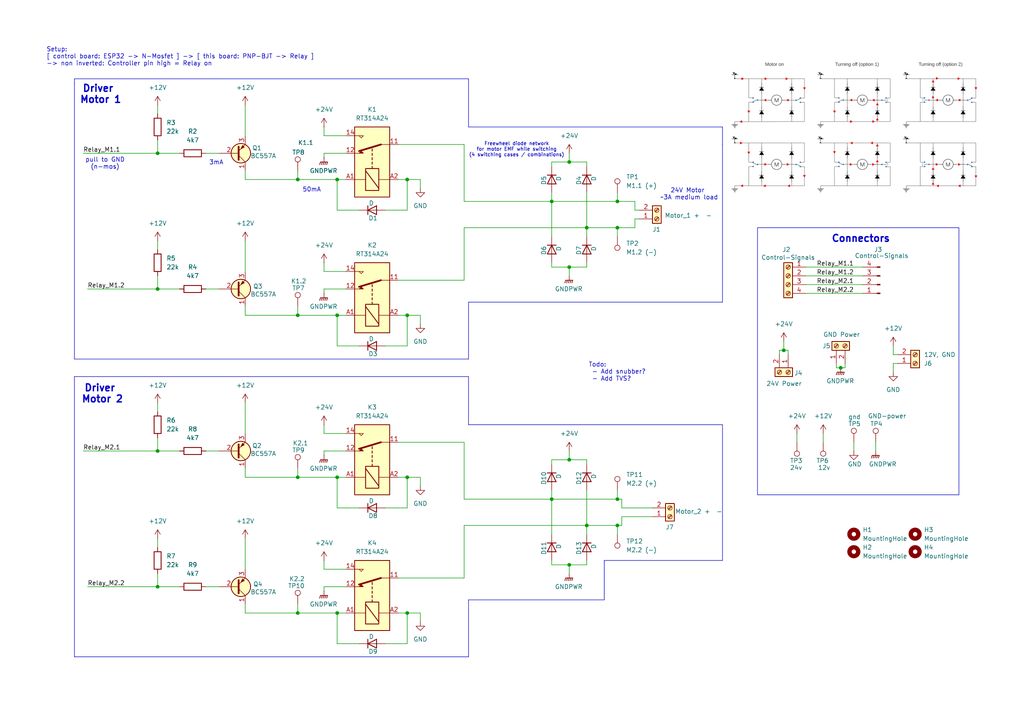
<source format=kicad_sch>
(kicad_sch (version 20231120) (generator "eeschema") (generator_version "8.0")
  (paper "A4")
  (title_block (title "chairAdjust relay-board") (date "2024-09-07") (rev "V1.0") (comment 1 "in both direction with protection") (comment 2 "2 motors for chair adjust of armchair") (comment 3 "Relay board for controlling "))
  (lib_symbols
    (symbol "Connector:Conn_01x04_Pin" (pin_names (offset 1.016) hide)
      (property "Reference" "J" (at 0 5.08 0))
      (property "Value" "Conn_01x04_Pin" (at 0 -7.62 0))
      (symbol "Conn_01x04_Pin_1_1"
        (polyline (pts (xy 1.27 -5.08) (xy 0.8636 -5.08)) (stroke (width 0.1524)))
        (polyline (pts (xy 1.27 -2.54) (xy 0.8636 -2.54)) (stroke (width 0.1524)))
        (polyline (pts (xy 1.27 0) (xy 0.8636 0)) (stroke (width 0.1524)))
        (polyline (pts (xy 1.27 2.54) (xy 0.8636 2.54)) (stroke (width 0.1524)))
        (rectangle (start 0.8636 -4.953) (end 0 -5.207) (stroke (width 0.1524)) (fill (type outline)))
        (rectangle (start 0.8636 -2.413) (end 0 -2.667) (stroke (width 0.1524)) (fill (type outline)))
        (rectangle (start 0.8636 0.127) (end 0 -0.127) (stroke (width 0.1524)) (fill (type outline)))
        (rectangle (start 0.8636 2.667) (end 0 2.413) (stroke (width 0.1524)) (fill (type outline)))
        (pin passive line (at 5.08 2.54 180) (length 3.81) (name "Pin_1") (number "1"))
        (pin passive line (at 5.08 0 180) (length 3.81) (name "Pin_2") (number "2"))
        (pin passive line (at 5.08 -2.54 180) (length 3.81) (name "Pin_3") (number "3"))
        (pin passive line (at 5.08 -5.08 180) (length 3.81) (name "Pin_4") (number "4"))
      )
    )
    (symbol "Connector:Screw_Terminal_01x02" (pin_names (offset 1.016) hide)
      (property "Reference" "J" (at 0 2.54 0))
      (property "Value" "Screw_Terminal_01x02" (at 0 -5.08 0))
      (symbol "Screw_Terminal_01x02_1_1"
        (rectangle (start -1.27 1.27) (end 1.27 -3.81) (stroke (width 0.254)) (fill (type background)))
        (circle (center 0 -2.54) (radius 0.635) (stroke (width 0.1524)))
        (polyline (pts (xy -0.5334 -2.2098) (xy 0.3302 -3.048)) (stroke (width 0.1524)))
        (polyline (pts (xy -0.5334 0.3302) (xy 0.3302 -0.508)) (stroke (width 0.1524)))
        (polyline (pts (xy -0.3556 -2.032) (xy 0.508 -2.8702)) (stroke (width 0.1524)))
        (polyline (pts (xy -0.3556 0.508) (xy 0.508 -0.3302)) (stroke (width 0.1524)))
        (circle (center 0 0) (radius 0.635) (stroke (width 0.1524)))
        (pin passive line (at -5.08 0 0) (length 3.81) (name "Pin_1") (number "1"))
        (pin passive line (at -5.08 -2.54 0) (length 3.81) (name "Pin_2") (number "2"))
      )
    )
    (symbol "Connector:Screw_Terminal_01x04" (pin_names (offset 1.016) hide)
      (property "Reference" "J" (at 0 5.08 0))
      (property "Value" "Screw_Terminal_01x04" (at 0 -7.62 0))
      (symbol "Screw_Terminal_01x04_1_1"
        (rectangle (start -1.27 3.81) (end 1.27 -6.35) (stroke (width 0.254)) (fill (type background)))
        (circle (center 0 -5.08) (radius 0.635) (stroke (width 0.1524)))
        (circle (center 0 -2.54) (radius 0.635) (stroke (width 0.1524)))
        (polyline (pts (xy -0.5334 -4.7498) (xy 0.3302 -5.588)) (stroke (width 0.1524)))
        (polyline (pts (xy -0.5334 -2.2098) (xy 0.3302 -3.048)) (stroke (width 0.1524)))
        (polyline (pts (xy -0.5334 0.3302) (xy 0.3302 -0.508)) (stroke (width 0.1524)))
        (polyline (pts (xy -0.5334 2.8702) (xy 0.3302 2.032)) (stroke (width 0.1524)))
        (polyline (pts (xy -0.3556 -4.572) (xy 0.508 -5.4102)) (stroke (width 0.1524)))
        (polyline (pts (xy -0.3556 -2.032) (xy 0.508 -2.8702)) (stroke (width 0.1524)))
        (polyline (pts (xy -0.3556 0.508) (xy 0.508 -0.3302)) (stroke (width 0.1524)))
        (polyline (pts (xy -0.3556 3.048) (xy 0.508 2.2098)) (stroke (width 0.1524)))
        (circle (center 0 0) (radius 0.635) (stroke (width 0.1524)))
        (circle (center 0 2.54) (radius 0.635) (stroke (width 0.1524)))
        (pin passive line (at -5.08 2.54 0) (length 3.81) (name "Pin_1") (number "1"))
        (pin passive line (at -5.08 0 0) (length 3.81) (name "Pin_2") (number "2"))
        (pin passive line (at -5.08 -2.54 0) (length 3.81) (name "Pin_3") (number "3"))
        (pin passive line (at -5.08 -5.08 0) (length 3.81) (name "Pin_4") (number "4"))
      )
    )
    (symbol "Connector:TestPoint" (pin_numbers hide) (pin_names (offset 0.762) hide)
      (property "Reference" "TP" (at 0 6.858 0))
      (property "Value" "TestPoint" (at 0 5.08 0))
      (symbol "TestPoint_0_1"
        (circle (center 0 3.302) (radius 0.762))
      )
      (symbol "TestPoint_1_1"
        (pin passive line (at 0 0 90) (length 2.54) (name "1") (number "1"))
      )
    )
    (symbol "Device:D" (pin_numbers hide) (pin_names (offset 1.016) hide)
      (property "Reference" "D" (at 0 2.54 0))
      (property "Value" "D" (at 0 -2.54 0))
      (symbol "D_0_1"
        (polyline (pts (xy -1.27 1.27) (xy -1.27 -1.27)) (stroke (width 0.254)))
        (polyline (pts (xy 1.27 0) (xy -1.27 0)))
        (polyline (pts (xy 1.27 1.27) (xy 1.27 -1.27) (xy -1.27 0) (xy 1.27 1.27)) (stroke (width 0.254)))
      )
      (symbol "D_1_1"
        (pin passive line (at -3.81 0 0) (length 2.54) (name "K") (number "1"))
        (pin passive line (at 3.81 0 180) (length 2.54) (name "A") (number "2"))
      )
    )
    (symbol "Device:R" (pin_numbers hide) (pin_names (offset 0))
      (property "Reference" "R" (at 2.032 0 90))
      (property "Value" "R" (at 0 0 90))
      (symbol "R_0_1"
        (rectangle (start -1.016 -2.54) (end 1.016 2.54) (stroke (width 0.254)))
      )
      (symbol "R_1_1"
        (pin passive line (at 0 3.81 270) (length 1.27) (name "~") (number "1"))
        (pin passive line (at 0 -3.81 90) (length 1.27) (name "~") (number "2"))
      )
    )
    (symbol "Mechanical:MountingHole" (pin_names (offset 1.016)) (exclude_from_sim yes) (in_bom no)
      (property "Reference" "H" (at 0 5.08 0))
      (property "Value" "MountingHole" (at 0 3.175 0))
      (symbol "MountingHole_0_1"
        (circle (center 0 0) (radius 1.27) (stroke (width 1.27)))
      )
    )
    (symbol "Relay:RT314A24"
      (property "Reference" "K" (at 11.43 3.81 0))
      (property "Value" "RT314A24" (at 11.43 1.27 0))
      (symbol "RT314A24_0_0"
        (polyline (pts (xy -2.54 1.905) (xy -7.62 -1.905)) (stroke (width 0.254)))
      )
      (symbol "RT314A24_0_1"
        (rectangle (start -10.16 5.08) (end 10.16 -5.08) (stroke (width 0.254)) (fill (type background)))
        (rectangle (start -8.255 1.905) (end -1.905 -1.905) (stroke (width 0.254)))
        (polyline (pts (xy -5.08 -5.08) (xy -5.08 -1.905)))
        (polyline (pts (xy -5.08 5.08) (xy -5.08 1.905)))
        (polyline (pts (xy -1.905 0) (xy -1.27 0)) (stroke (width 0.254)))
        (polyline (pts (xy -0.635 0) (xy 0 0)) (stroke (width 0.254)))
        (polyline (pts (xy 0.635 0) (xy 1.27 0)) (stroke (width 0.254)))
        (polyline (pts (xy 1.905 0) (xy 2.54 0)) (stroke (width 0.254)))
        (polyline (pts (xy 3.175 0) (xy 3.81 0)) (stroke (width 0.254)))
        (polyline (pts (xy 5.08 -2.54) (xy 3.175 3.81)) (stroke (width 0.508)))
        (polyline (pts (xy 5.08 -2.54) (xy 5.08 -5.08)))
        (polyline (pts (xy 2.54 5.08) (xy 2.54 2.54) (xy 3.175 3.175) (xy 2.54 3.81)) (fill (type outline)))
        (polyline (pts (xy 7.62 5.08) (xy 7.62 2.54) (xy 6.985 3.175) (xy 7.62 3.81)))
      )
      (symbol "RT314A24_1_1"
        (pin passive line (at 5.08 -7.62 90) (length 2.54) (name "~") (number "11"))
        (pin passive line (at 2.54 7.62 270) (length 2.54) (name "~") (number "12"))
        (pin passive line (at 7.62 7.62 270) (length 2.54) (name "~") (number "14"))
        (pin passive line (at -5.08 7.62 270) (length 2.54) (name "~") (number "A1"))
        (pin passive line (at -5.08 -7.62 90) (length 2.54) (name "~") (number "A2"))
      )
    )
    (symbol "Transistor_BJT_AKL:BC557A" (pin_names hide)
      (property "Reference" "Q" (at 5.08 1.27 0))
      (property "Value" "BC557A" (at 5.08 -1.27 0))
      (symbol "BC557A_0_1"
        (polyline (pts (xy 0.635 -0.635) (xy 2.54 -2.54)))
        (polyline (pts (xy 0.635 -1.905) (xy 0.635 1.905) (xy 0.635 1.905)) (stroke (width 0.508)))
        (polyline (pts (xy 0.635 0.635) (xy 2.54 2.54) (xy 2.54 2.54)))
        (polyline (pts (xy 2.286 1.778) (xy 1.778 2.286) (xy 1.27 1.27) (xy 2.286 1.778) (xy 2.286 1.778)) (fill (type outline)))
        (circle (center 1.27 0) (radius 2.8194) (stroke (width 0.254)) (fill (type background)))
      )
      (symbol "BC557A_1_1"
        (pin passive line (at 2.54 -5.08 90) (length 2.54) (name "C") (number "1"))
        (pin input line (at -5.08 0 0) (length 5.715) (name "B") (number "2"))
        (pin passive line (at 2.54 5.08 270) (length 2.54) (name "E") (number "3"))
      )
    )
    (symbol "power:+12V" (power) (pin_numbers hide) (pin_names (offset 0) hide)
      (property "Value" "+12V" (at 0 3.556 0))
      (symbol "+12V_0_1"
        (polyline (pts (xy -0.762 1.27) (xy 0 2.54)))
        (polyline (pts (xy 0 0) (xy 0 2.54)))
        (polyline (pts (xy 0 2.54) (xy 0.762 1.27)))
      )
      (symbol "+12V_1_1"
        (pin power_in line (at 0 0 90) (length 0) (name "~") (number "1"))
      )
    )
    (symbol "power:+24V" (power) (pin_numbers hide) (pin_names (offset 0) hide)
      (property "Value" "+24V" (at 0 3.556 0))
      (symbol "+24V_0_1"
        (polyline (pts (xy -0.762 1.27) (xy 0 2.54)))
        (polyline (pts (xy 0 0) (xy 0 2.54)))
        (polyline (pts (xy 0 2.54) (xy 0.762 1.27)))
      )
      (symbol "+24V_1_1"
        (pin power_in line (at 0 0 90) (length 0) (name "~") (number "1"))
      )
    )
    (symbol "power:GND" (power) (pin_numbers hide) (pin_names (offset 0) hide)
      (property "Value" "GND" (at 0 -3.81 0))
      (symbol "GND_0_1"
        (polyline (pts (xy 0 0) (xy 0 -1.27) (xy 1.27 -1.27) (xy 0 -2.54) (xy -1.27 -1.27) (xy 0 -1.27)))
      )
      (symbol "GND_1_1"
        (pin power_in line (at 0 0 270) (length 0) (name "~") (number "1"))
      )
    )
    (symbol "power:GNDPWR" (power) (pin_numbers hide) (pin_names (offset 0) hide)
      (property "Value" "GNDPWR" (at 0 -3.302 0))
      (symbol "GNDPWR_0_1"
        (polyline (pts (xy 0 -1.27) (xy 0 0)))
        (polyline (pts (xy -1.016 -1.27) (xy -1.27 -2.032) (xy -1.27 -2.032)) (stroke (width 0.2032)))
        (polyline (pts (xy -0.508 -1.27) (xy -0.762 -2.032) (xy -0.762 -2.032)) (stroke (width 0.2032)))
        (polyline (pts (xy 0 -1.27) (xy -0.254 -2.032) (xy -0.254 -2.032)) (stroke (width 0.2032)))
        (polyline (pts (xy 0.508 -1.27) (xy 0.254 -2.032) (xy 0.254 -2.032)) (stroke (width 0.2032)))
        (polyline (pts (xy 1.016 -1.27) (xy -1.016 -1.27) (xy -1.016 -1.27)) (stroke (width 0.2032)))
        (polyline (pts (xy 1.016 -1.27) (xy 0.762 -2.032) (xy 0.762 -2.032) (xy 0.762 -2.032)) (stroke (width 0.2032)))
      )
      (symbol "GNDPWR_1_1"
        (pin power_in line (at 0 0 270) (length 0) (name "~") (number "1"))
      )
    )
  )
  (junction (at 118.11 91.44))
  (junction (at 160.02 58.42))
  (junction (at 86.36 52.07))
  (junction (at 243.84 106.68))
  (junction (at 179.07 58.42))
  (junction (at 165.1 77.47))
  (junction (at 170.18 152.4))
  (junction (at 45.72 130.81))
  (junction (at 165.1 133.35))
  (junction (at 86.36 177.8))
  (junction (at 97.79 52.07))
  (junction (at 118.11 138.43))
  (junction (at 160.02 144.78))
  (junction (at 118.11 177.8))
  (junction (at 165.1 46.99))
  (junction (at 97.79 138.43))
  (junction (at 179.07 144.78))
  (junction (at 86.36 91.44))
  (junction (at 179.07 66.04))
  (junction (at 97.79 177.8))
  (junction (at 118.11 52.07))
  (junction (at 45.72 44.45))
  (junction (at 86.36 138.43))
  (junction (at 97.79 91.44))
  (junction (at 45.72 170.18))
  (junction (at 227.33 101.6))
  (junction (at 165.1 163.83))
  (junction (at 179.07 152.4))
  (junction (at 170.18 66.04))
  (junction (at 45.72 83.82))
  (wire (pts (xy 118.11 138.43) (xy 121.92 138.43)))
  (wire (pts (xy 71.12 156.21) (xy 71.12 165.1)))
  (wire (pts (xy 71.12 30.48) (xy 71.12 39.37)))
  (wire (pts (xy 243.84 106.68) (xy 245.11 106.68)))
  (wire (pts (xy 25.4 170.18) (xy 45.72 170.18)))
  (wire (pts (xy 100.33 91.44) (xy 97.79 91.44)))
  (wire (pts (xy 180.34 147.32) (xy 189.23 147.32)))
  (polyline (pts (xy 209.55 36.83) (xy 209.55 41.91)))
  (wire (pts (xy 45.72 30.48) (xy 45.72 33.02)))
  (wire (pts (xy 118.11 91.44) (xy 121.92 91.44)))
  (polyline (pts (xy 135.89 22.86) (xy 21.59 22.86)))
  (wire (pts (xy 86.36 177.8) (xy 97.79 177.8)))
  (wire (pts (xy 165.1 77.47) (xy 165.1 80.01)))
  (wire (pts (xy 184.15 58.42) (xy 184.15 60.96)))
  (wire (pts (xy 226.06 102.87) (xy 226.06 101.6)))
  (wire (pts (xy 165.1 130.81) (xy 165.1 133.35)))
  (wire (pts (xy 100.33 138.43) (xy 97.79 138.43)))
  (wire (pts (xy 180.34 144.78) (xy 180.34 147.32)))
  (wire (pts (xy 97.79 52.07) (xy 97.79 60.96)))
  (wire (pts (xy 170.18 133.35) (xy 170.18 134.62)))
  (polyline (pts (xy 209.55 162.56) (xy 209.55 123.19)))
  (wire (pts (xy 245.11 105.41) (xy 245.11 106.68)))
  (wire (pts (xy 97.79 60.96) (xy 104.14 60.96)))
  (wire (pts (xy 45.72 156.21) (xy 45.72 158.75)))
  (wire (pts (xy 115.57 91.44) (xy 118.11 91.44)))
  (wire (pts (xy 71.12 91.44) (xy 86.36 91.44)))
  (wire (pts (xy 254 128.27) (xy 254 130.81)))
  (wire (pts (xy 134.62 128.27) (xy 134.62 144.78)))
  (wire (pts (xy 228.6 101.6) (xy 228.6 102.87)))
  (wire (pts (xy 180.34 149.86) (xy 180.34 152.4)))
  (wire (pts (xy 71.12 88.9) (xy 71.12 91.44)))
  (wire (pts (xy 93.98 162.56) (xy 93.98 165.1)))
  (wire (pts (xy 134.62 41.91) (xy 134.62 58.42)))
  (wire (pts (xy 259.08 100.33) (xy 259.08 102.87)))
  (wire (pts (xy 160.02 162.56) (xy 160.02 163.83)))
  (wire (pts (xy 121.92 52.07) (xy 121.92 54.61)))
  (wire (pts (xy 179.07 66.04) (xy 184.15 66.04)))
  (wire (pts (xy 160.02 55.88) (xy 160.02 58.42)))
  (wire (pts (xy 97.79 100.33) (xy 104.14 100.33)))
  (wire (pts (xy 93.98 83.82) (xy 100.33 83.82)))
  (wire (pts (xy 170.18 142.24) (xy 170.18 152.4)))
  (wire (pts (xy 170.18 152.4) (xy 134.62 152.4)))
  (wire (pts (xy 71.12 138.43) (xy 86.36 138.43)))
  (wire (pts (xy 179.07 58.42) (xy 184.15 58.42)))
  (wire (pts (xy 160.02 134.62) (xy 160.02 133.35)))
  (wire (pts (xy 121.92 177.8) (xy 121.92 180.34)))
  (wire (pts (xy 45.72 40.64) (xy 45.72 44.45)))
  (wire (pts (xy 233.68 85.09) (xy 250.19 85.09)))
  (wire (pts (xy 179.07 152.4) (xy 179.07 154.94)))
  (wire (pts (xy 93.98 85.09) (xy 93.98 83.82)))
  (wire (pts (xy 259.08 107.95) (xy 259.08 105.41)))
  (wire (pts (xy 242.57 106.68) (xy 243.84 106.68)))
  (wire (pts (xy 184.15 66.04) (xy 184.15 63.5)))
  (wire (pts (xy 118.11 52.07) (xy 118.11 60.96)))
  (wire (pts (xy 179.07 142.24) (xy 179.07 144.78)))
  (wire (pts (xy 134.62 144.78) (xy 160.02 144.78)))
  (wire (pts (xy 97.79 138.43) (xy 97.79 147.32)))
  (wire (pts (xy 59.69 44.45) (xy 63.5 44.45)))
  (wire (pts (xy 111.76 147.32) (xy 118.11 147.32)))
  (wire (pts (xy 86.36 135.89) (xy 86.36 138.43)))
  (wire (pts (xy 45.72 80.01) (xy 45.72 83.82)))
  (wire (pts (xy 97.79 177.8) (xy 97.79 186.69)))
  (wire (pts (xy 170.18 152.4) (xy 170.18 154.94)))
  (wire (pts (xy 134.62 58.42) (xy 160.02 58.42)))
  (wire (pts (xy 160.02 58.42) (xy 160.02 68.58)))
  (polyline (pts (xy 135.89 36.83) (xy 135.89 22.86)))
  (wire (pts (xy 233.68 82.55) (xy 250.19 82.55)))
  (wire (pts (xy 179.07 66.04) (xy 179.07 68.58)))
  (wire (pts (xy 86.36 49.53) (xy 86.36 52.07)))
  (wire (pts (xy 115.57 138.43) (xy 118.11 138.43)))
  (wire (pts (xy 165.1 133.35) (xy 170.18 133.35)))
  (wire (pts (xy 170.18 46.99) (xy 170.18 48.26)))
  (wire (pts (xy 93.98 123.19) (xy 93.98 125.73)))
  (wire (pts (xy 25.4 83.82) (xy 45.72 83.82)))
  (wire (pts (xy 71.12 69.85) (xy 71.12 78.74)))
  (polyline (pts (xy 135.89 104.14) (xy 135.89 87.63)))
  (wire (pts (xy 165.1 46.99) (xy 170.18 46.99)))
  (wire (pts (xy 118.11 177.8) (xy 121.92 177.8)))
  (wire (pts (xy 170.18 163.83) (xy 170.18 162.56)))
  (wire (pts (xy 71.12 116.84) (xy 71.12 125.73)))
  (wire (pts (xy 180.34 152.4) (xy 179.07 152.4)))
  (wire (pts (xy 160.02 76.2) (xy 160.02 77.47)))
  (wire (pts (xy 170.18 66.04) (xy 134.62 66.04)))
  (wire (pts (xy 184.15 63.5) (xy 185.42 63.5)))
  (wire (pts (xy 115.57 81.28) (xy 134.62 81.28)))
  (wire (pts (xy 179.07 144.78) (xy 180.34 144.78)))
  (wire (pts (xy 86.36 52.07) (xy 97.79 52.07)))
  (wire (pts (xy 93.98 171.45) (xy 93.98 170.18)))
  (wire (pts (xy 97.79 91.44) (xy 97.79 100.33)))
  (wire (pts (xy 160.02 142.24) (xy 160.02 144.78)))
  (polyline (pts (xy 135.89 87.63) (xy 209.55 87.63)))
  (wire (pts (xy 86.36 91.44) (xy 97.79 91.44)))
  (wire (pts (xy 93.98 45.72) (xy 93.98 44.45)))
  (wire (pts (xy 227.33 101.6) (xy 228.6 101.6)))
  (wire (pts (xy 71.12 52.07) (xy 86.36 52.07)))
  (polyline (pts (xy 135.89 123.19) (xy 135.89 109.22)))
  (wire (pts (xy 86.36 175.26) (xy 86.36 177.8)))
  (wire (pts (xy 71.12 49.53) (xy 71.12 52.07)))
  (wire (pts (xy 231.14 125.73) (xy 231.14 128.27)))
  (wire (pts (xy 93.98 78.74) (xy 100.33 78.74)))
  (wire (pts (xy 160.02 163.83) (xy 165.1 163.83)))
  (wire (pts (xy 93.98 170.18) (xy 100.33 170.18)))
  (wire (pts (xy 115.57 41.91) (xy 134.62 41.91)))
  (wire (pts (xy 227.33 99.06) (xy 227.33 101.6)))
  (wire (pts (xy 134.62 152.4) (xy 134.62 167.64)))
  (wire (pts (xy 93.98 132.08) (xy 93.98 130.81)))
  (wire (pts (xy 111.76 100.33) (xy 118.11 100.33)))
  (wire (pts (xy 233.68 77.47) (xy 250.19 77.47)))
  (wire (pts (xy 115.57 128.27) (xy 134.62 128.27)))
  (wire (pts (xy 179.07 152.4) (xy 170.18 152.4)))
  (wire (pts (xy 24.13 44.45) (xy 45.72 44.45)))
  (wire (pts (xy 160.02 48.26) (xy 160.02 46.99)))
  (wire (pts (xy 134.62 66.04) (xy 134.62 81.28)))
  (wire (pts (xy 93.98 76.2) (xy 93.98 78.74)))
  (wire (pts (xy 93.98 125.73) (xy 100.33 125.73)))
  (wire (pts (xy 118.11 91.44) (xy 118.11 100.33)))
  (wire (pts (xy 100.33 52.07) (xy 97.79 52.07)))
  (wire (pts (xy 118.11 177.8) (xy 118.11 186.69)))
  (wire (pts (xy 259.08 102.87) (xy 260.35 102.87)))
  (wire (pts (xy 242.57 105.41) (xy 242.57 106.68)))
  (wire (pts (xy 165.1 163.83) (xy 170.18 163.83)))
  (wire (pts (xy 71.12 175.26) (xy 71.12 177.8)))
  (wire (pts (xy 93.98 44.45) (xy 100.33 44.45)))
  (wire (pts (xy 165.1 77.47) (xy 170.18 77.47)))
  (wire (pts (xy 165.1 163.83) (xy 165.1 166.37)))
  (wire (pts (xy 71.12 177.8) (xy 86.36 177.8)))
  (polyline (pts (xy 135.89 123.19) (xy 209.55 123.19)))
  (wire (pts (xy 93.98 165.1) (xy 100.33 165.1)))
  (wire (pts (xy 59.69 170.18) (xy 63.5 170.18)))
  (wire (pts (xy 184.15 60.96) (xy 185.42 60.96)))
  (wire (pts (xy 179.07 55.88) (xy 179.07 58.42)))
  (wire (pts (xy 45.72 44.45) (xy 52.07 44.45)))
  (wire (pts (xy 45.72 127) (xy 45.72 130.81)))
  (wire (pts (xy 59.69 130.81) (xy 63.5 130.81)))
  (wire (pts (xy 45.72 166.37) (xy 45.72 170.18)))
  (wire (pts (xy 170.18 66.04) (xy 170.18 68.58)))
  (wire (pts (xy 115.57 167.64) (xy 134.62 167.64)))
  (polyline (pts (xy 135.89 109.22) (xy 21.59 109.22)))
  (polyline (pts (xy 21.59 190.5) (xy 135.89 190.5)))
  (wire (pts (xy 45.72 69.85) (xy 45.72 72.39)))
  (wire (pts (xy 160.02 133.35) (xy 165.1 133.35)))
  (wire (pts (xy 45.72 170.18) (xy 52.07 170.18)))
  (polyline (pts (xy 21.59 22.86) (xy 21.59 24.13)))
  (wire (pts (xy 170.18 77.47) (xy 170.18 76.2)))
  (wire (pts (xy 100.33 177.8) (xy 97.79 177.8)))
  (wire (pts (xy 121.92 91.44) (xy 121.92 93.98)))
  (wire (pts (xy 179.07 66.04) (xy 170.18 66.04)))
  (polyline (pts (xy 135.89 36.83) (xy 209.55 36.83)))
  (polyline (pts (xy 175.26 173.99) (xy 175.26 162.56)))
  (wire (pts (xy 24.13 130.81) (xy 45.72 130.81)))
  (wire (pts (xy 160.02 144.78) (xy 179.07 144.78)))
  (wire (pts (xy 93.98 39.37) (xy 100.33 39.37)))
  (wire (pts (xy 233.68 80.01) (xy 250.19 80.01)))
  (wire (pts (xy 226.06 101.6) (xy 227.33 101.6)))
  (wire (pts (xy 115.57 177.8) (xy 118.11 177.8)))
  (wire (pts (xy 86.36 88.9) (xy 86.36 91.44)))
  (wire (pts (xy 97.79 147.32) (xy 104.14 147.32)))
  (wire (pts (xy 45.72 83.82) (xy 52.07 83.82)))
  (wire (pts (xy 118.11 52.07) (xy 121.92 52.07)))
  (wire (pts (xy 170.18 55.88) (xy 170.18 66.04)))
  (wire (pts (xy 111.76 60.96) (xy 118.11 60.96)))
  (polyline (pts (xy 135.89 173.99) (xy 175.26 173.99)))
  (wire (pts (xy 238.76 125.73) (xy 238.76 128.27)))
  (wire (pts (xy 160.02 58.42) (xy 179.07 58.42)))
  (polyline (pts (xy 175.26 162.56) (xy 209.55 162.56)))
  (wire (pts (xy 93.98 130.81) (xy 100.33 130.81)))
  (wire (pts (xy 247.65 128.27) (xy 247.65 130.81)))
  (polyline (pts (xy 209.55 87.63) (xy 209.55 41.91)))
  (wire (pts (xy 165.1 44.45) (xy 165.1 46.99)))
  (polyline (pts (xy 21.59 104.14) (xy 135.89 104.14)))
  (wire (pts (xy 97.79 186.69) (xy 104.14 186.69)))
  (wire (pts (xy 115.57 52.07) (xy 118.11 52.07)))
  (wire (pts (xy 45.72 130.81) (xy 52.07 130.81)))
  (wire (pts (xy 45.72 116.84) (xy 45.72 119.38)))
  (wire (pts (xy 86.36 138.43) (xy 97.79 138.43)))
  (wire (pts (xy 118.11 138.43) (xy 118.11 147.32)))
  (wire (pts (xy 160.02 144.78) (xy 160.02 154.94)))
  (wire (pts (xy 121.92 138.43) (xy 121.92 140.97)))
  (polyline (pts (xy 135.89 190.5) (xy 135.89 173.99)))
  (polyline (pts (xy 21.59 109.22) (xy 21.59 190.5)))
  (wire (pts (xy 259.08 105.41) (xy 260.35 105.41)))
  (wire (pts (xy 71.12 135.89) (xy 71.12 138.43)))
  (wire (pts (xy 111.76 186.69) (xy 118.11 186.69)))
  (polyline (pts (xy 21.59 24.13) (xy 21.59 104.14)))
  (wire (pts (xy 93.98 36.83) (xy 93.98 39.37)))
  (wire (pts (xy 160.02 77.47) (xy 165.1 77.47)))
  (wire (pts (xy 59.69 83.82) (xy 63.5 83.82)))
  (wire (pts (xy 160.02 46.99) (xy 165.1 46.99)))
  (wire (pts (xy 180.34 149.86) (xy 189.23 149.86)))
  (rectangle (start 219.71 66.04) (end 278.13 143.51))
  (image (at 247.65 36.83) (scale 0.346544))
  (text "Driver \nMotor 2" (at 29.718 114.3 0) (effects (font (size 2 2) (thickness 0.4) (bold yes))))
  (text "Connectors" (at 249.682 69.342 0) (effects (font (size 2 2) (thickness 0.4) (bold yes))))
  (text "Setup:\n[ control board: ESP32 -> N-Mosfet ] -> [ this board: PNP-BJT -> Relay ]\n-> non inverted: Controller pin high = Relay on" (at 13.462 16.51 0) (effects (font (size 1.27 1.27)) (justify left)))
  (text "24V Motor \n~3A medium load" (at 199.898 56.388 0) (effects (font (size 1.27 1.27))))
  (text "pull to GND\n(n-mos)" (at 30.48 47.498 0) (effects (font (size 1.27 1.27))))
  (text "50mA\n" (at 90.424 55.118 0) (effects (font (size 1.27 1.27))))
  (text "Driver \nMotor 1" (at 29.21 27.432 0) (effects (font (size 2 2) (thickness 0.4) (bold yes))))
  (text "Todo: \n - Add snubber?\n - Add TVS?" (at 170.688 107.95 0) (effects (font (size 1.27 1.27)) (justify left)))
  (text "Freewheel diode network\nfor motor EMF while switching\n(4 switching cases / combinations)" (at 149.86 43.434 0) (effects (font (size 1 1))))
  (text "3mA" (at 62.738 47.244 0) (effects (font (size 1.27 1.27))))
  (label "Relay_M2.2" (at 247.65 85.09 180))
  (label "Relay_M1.1" (at 247.65 77.47 180))
  (label "Relay_M1.1" (at 24.13 44.45 0))
  (label "Relay_M2.1" (at 24.13 130.81 0))
  (label "Relay_M1.2" (at 247.65 80.01 180))
  (label "Relay_M1.2" (at 25.4 83.82 0))
  (label "Relay_M2.1" (at 247.65 82.55 180))
  (label "Relay_M2.2" (at 25.4 170.18 0))
  (symbol (lib_id "Device:D") (at 160.02 158.75 270) (unit 1)
    (property "Reference" "D11" (at 157.734 159.004 0))
    (property "Value" "D" (at 162.052 158.496 0))
    (property "Footprint" "Diode_THT_AKL_Double:D_DO-27_P20.32mm_Horizontal" (effects (hide yes)))
    (property "Description" "Diode" (effects (hide yes)))
    (property "Sim.Device" "D" (effects (hide yes)))
    (property "Sim.Pins" "1=K 2=A" (effects (hide yes)))
  )
  (symbol (lib_id "Device:D") (at 107.95 186.69 0) (unit 1)
    (property "Reference" "D9" (at 108.204 188.976 0))
    (property "Value" "D" (at 107.696 184.658 0))
    (property "Footprint" "Diode_THT_AKL:D_5W_P12.70mm_Horizontal" (effects (hide yes)))
    (property "Description" "Diode" (effects (hide yes)))
    (property "Sim.Device" "D" (effects (hide yes)))
    (property "Sim.Pins" "1=K 2=A" (effects (hide yes)))
  )
  (symbol (lib_id "Connector:Conn_01x04_Pin") (at 255.27 82.55 180) (unit 1)
    (property "Reference" "J3" (at 253.492 72.39 0) (effects (justify right)))
    (property "Value" "Control-Signals" (at 247.904 74.168 0) (effects (justify right)))
    (property "Footprint" "Connector_PinHeader_2.54mm:PinHeader_1x04_P2.54mm_Vertical" (effects (hide yes)))
    (property "Description" "Generic connector, single row, 01x04, script generated" (effects (hide yes)))
  )
  (symbol (lib_id "power:GND") (at 259.08 107.95 0) (unit 1)
    (property "Reference" "#PWR015" (effects (hide yes)))
    (property "Value" "GND" (at 259.08 113.03 0))
    (property "Description" "Power symbol creates a global label with name \"GND\" , ground" (effects (hide yes)))
  )
  (symbol (lib_id "Connector:TestPoint") (at 231.14 128.27 180) (unit 1)
    (property "Reference" "TP3" (at 229.108 133.604 0) (effects (justify right)))
    (property "Value" "24v" (at 229.108 135.636 0) (effects (justify right)))
    (property "Footprint" "Connector_PinHeader_1.00mm:PinHeader_1x01_P1.00mm_Vertical" (effects (hide yes)))
    (property "Description" "test point" (effects (hide yes)))
  )
  (symbol (lib_id "power:GNDPWR") (at 254 130.81 0) (unit 1)
    (property "Reference" "#PWR017" (effects (hide yes)))
    (property "Value" "GNDPWR" (at 256.032 134.62 0))
    (property "Description" "Power symbol creates a global label with name \"GNDPWR\" , global ground" (effects (hide yes)))
  )
  (symbol (lib_id "power:+12V") (at 45.72 69.85 0) (unit 1)
    (property "Reference" "#PWR020" (effects (hide yes)))
    (property "Value" "+12V" (at 45.72 64.77 0))
    (property "Description" "Power symbol creates a global label with name \"+12V\"" (effects (hide yes)))
  )
  (symbol (lib_id "Device:R") (at 45.72 36.83 180) (unit 1)
    (property "Reference" "R3" (at 48.26 35.5599 0) (effects (justify right)))
    (property "Value" "22k" (at 48.26 38.0999 0) (effects (justify right)))
    (property "Footprint" "Resistor_THT:R_Axial_DIN0207_L6.3mm_D2.5mm_P10.16mm_Horizontal" (effects (hide yes)))
    (property "Description" "Resistor" (effects (hide yes)))
  )
  (symbol (lib_id "Device:D") (at 107.95 60.96 0) (unit 1)
    (property "Reference" "D1" (at 108.204 63.246 0))
    (property "Value" "D" (at 107.696 58.928 0))
    (property "Footprint" "Diode_THT_AKL:D_5W_P12.70mm_Horizontal" (effects (hide yes)))
    (property "Description" "Diode" (effects (hide yes)))
    (property "Sim.Device" "D" (effects (hide yes)))
    (property "Sim.Pins" "1=K 2=A" (effects (hide yes)))
  )
  (symbol (lib_id "Mechanical:MountingHole") (at 265.43 154.94 0) (unit 1) (exclude_from_sim yes) (in_bom no)
    (property "Reference" "H3" (at 267.97 153.6699 0) (effects (justify left)))
    (property "Value" "MountingHole" (at 267.97 156.2099 0) (effects (justify left)))
    (property "Footprint" "MountingHole:MountingHole_5.3mm_M5" (effects (hide yes)))
    (property "Description" "Mounting Hole without connection" (effects (hide yes)))
  )
  (symbol (lib_id "Relay:RT314A24") (at 107.95 133.35 90) (unit 1)
    (property "Reference" "K3" (at 107.95 118.11 90))
    (property "Value" "RT314A24" (at 107.95 120.65 90))
    (property "Footprint" "Relay_THT:Relay_SPDT_Schrack-RT1-16A-FormC_RM5mm" (effects (hide yes)))
    (property "Datasheet" "https://www.te.com/commerce/DocumentDelivery/DDEController?Action=srchrtrv&DocNm=RT1_bistable&DocType=DS&DocLang=English" (effects (hide yes)))
  )
  (symbol (lib_id "Device:R") (at 45.72 162.56 180) (unit 1)
    (property "Reference" "R7" (at 48.26 161.2899 0) (effects (justify right)))
    (property "Value" "22k" (at 48.26 163.8299 0) (effects (justify right)))
    (property "Footprint" "Resistor_THT:R_Axial_DIN0207_L6.3mm_D2.5mm_P10.16mm_Horizontal" (effects (hide yes)))
    (property "Description" "Resistor" (effects (hide yes)))
  )
  (symbol (lib_id "power:GND") (at 121.92 140.97 0) (unit 1)
    (property "Reference" "#PWR029" (effects (hide yes)))
    (property "Value" "GND" (at 121.92 146.05 0))
    (property "Description" "Power symbol creates a global label with name \"GND\" , ground" (effects (hide yes)))
  )
  (symbol (lib_id "power:+24V") (at 93.98 123.19 0) (unit 1)
    (property "Reference" "#PWR025" (effects (hide yes)))
    (property "Value" "+24V" (at 93.98 118.11 0))
    (property "Description" "Power symbol creates a global label with name \"+24V\"" (effects (hide yes)))
  )
  (symbol (lib_id "Connector:TestPoint") (at 86.36 135.89 0) (unit 1)
    (property "Reference" "TP9" (at 88.392 130.556 0) (effects (justify right)))
    (property "Value" "K2.1" (at 89.408 128.524 0) (effects (justify right)))
    (property "Footprint" "Connector_PinHeader_1.00mm:PinHeader_1x01_P1.00mm_Vertical" (effects (hide yes)))
    (property "Description" "test point" (effects (hide yes)))
  )
  (symbol (lib_id "Device:D") (at 170.18 138.43 270) (unit 1)
    (property "Reference" "D12" (at 167.894 138.684 0))
    (property "Value" "D" (at 172.212 138.176 0))
    (property "Footprint" "Diode_THT_AKL_Double:D_DO-27_P20.32mm_Horizontal" (effects (hide yes)))
    (property "Description" "Diode" (effects (hide yes)))
    (property "Sim.Device" "D" (effects (hide yes)))
    (property "Sim.Pins" "1=K 2=A" (effects (hide yes)))
  )
  (symbol (lib_id "Device:D") (at 170.18 52.07 270) (unit 1)
    (property "Reference" "D4" (at 167.894 52.324 0))
    (property "Value" "D" (at 172.212 51.816 0))
    (property "Footprint" "Diode_THT_AKL_Double:D_DO-27_P20.32mm_Horizontal" (effects (hide yes)))
    (property "Description" "Diode" (effects (hide yes)))
    (property "Sim.Device" "D" (effects (hide yes)))
    (property "Sim.Pins" "1=K 2=A" (effects (hide yes)))
  )
  (symbol (lib_id "Device:D") (at 170.18 158.75 270) (unit 1)
    (property "Reference" "D13" (at 167.894 159.004 0))
    (property "Value" "D" (at 172.212 158.496 0))
    (property "Footprint" "Diode_THT_AKL_Double:D_DO-27_P20.32mm_Horizontal" (effects (hide yes)))
    (property "Description" "Diode" (effects (hide yes)))
    (property "Sim.Device" "D" (effects (hide yes)))
    (property "Sim.Pins" "1=K 2=A" (effects (hide yes)))
  )
  (symbol (lib_id "power:GNDPWR") (at 93.98 132.08 0) (unit 1)
    (property "Reference" "#PWR026" (effects (hide yes)))
    (property "Value" "GNDPWR" (at 93.853 135.89 0))
    (property "Description" "Power symbol creates a global label with name \"GNDPWR\" , global ground" (effects (hide yes)))
  )
  (symbol (lib_id "power:+12V") (at 45.72 30.48 0) (unit 1)
    (property "Reference" "#PWR05" (effects (hide yes)))
    (property "Value" "+12V" (at 45.72 25.4 0))
    (property "Description" "Power symbol creates a global label with name \"+12V\"" (effects (hide yes)))
  )
  (symbol (lib_id "Connector:TestPoint") (at 238.76 128.27 180) (unit 1)
    (property "Reference" "TP6" (at 236.728 133.604 0) (effects (justify right)))
    (property "Value" "12v" (at 237.236 135.636 0) (effects (justify right)))
    (property "Footprint" "Connector_PinHeader_1.00mm:PinHeader_1x01_P1.00mm_Vertical" (effects (hide yes)))
    (property "Description" "test point" (effects (hide yes)))
  )
  (symbol (lib_id "power:GND") (at 247.65 130.81 0) (unit 1)
    (property "Reference" "#PWR018" (effects (hide yes)))
    (property "Value" "GND" (at 247.904 134.62 0))
    (property "Description" "Power symbol creates a global label with name \"GND\" , ground" (effects (hide yes)))
  )
  (symbol (lib_id "power:+24V") (at 93.98 76.2 0) (unit 1)
    (property "Reference" "#PWR08" (effects (hide yes)))
    (property "Value" "+24V" (at 93.98 71.12 0))
    (property "Description" "Power symbol creates a global label with name \"+24V\"" (effects (hide yes)))
  )
  (symbol (lib_id "power:+12V") (at 71.12 69.85 0) (unit 1)
    (property "Reference" "#PWR07" (effects (hide yes)))
    (property "Value" "+12V" (at 71.12 64.77 0))
    (property "Description" "Power symbol creates a global label with name \"+12V\"" (effects (hide yes)))
  )
  (symbol (lib_id "power:GNDPWR") (at 93.98 85.09 0) (unit 1)
    (property "Reference" "#PWR09" (effects (hide yes)))
    (property "Value" "GNDPWR" (at 93.853 88.9 0))
    (property "Description" "Power symbol creates a global label with name \"GNDPWR\" , global ground" (effects (hide yes)))
  )
  (symbol (lib_id "power:+12V") (at 71.12 116.84 0) (unit 1)
    (property "Reference" "#PWR023" (effects (hide yes)))
    (property "Value" "+12V" (at 71.12 111.76 0))
    (property "Description" "Power symbol creates a global label with name \"+12V\"" (effects (hide yes)))
  )
  (symbol (lib_id "Device:D") (at 160.02 72.39 270) (unit 1)
    (property "Reference" "D6" (at 157.734 72.644 0))
    (property "Value" "D" (at 162.052 72.136 0))
    (property "Footprint" "Diode_THT_AKL_Double:D_DO-27_P20.32mm_Horizontal" (effects (hide yes)))
    (property "Description" "Diode" (effects (hide yes)))
    (property "Sim.Device" "D" (effects (hide yes)))
    (property "Sim.Pins" "1=K 2=A" (effects (hide yes)))
  )
  (symbol (lib_id "power:+24V") (at 93.98 36.83 0) (unit 1)
    (property "Reference" "#PWR02" (effects (hide yes)))
    (property "Value" "+24V" (at 93.98 31.75 0))
    (property "Description" "Power symbol creates a global label with name \"+24V\"" (effects (hide yes)))
  )
  (symbol (lib_id "Device:R") (at 55.88 170.18 90) (unit 1)
    (property "Reference" "R9" (at 55.88 163.83 90))
    (property "Value" "4k7" (at 55.88 166.37 90))
    (property "Footprint" "Resistor_THT:R_Axial_DIN0207_L6.3mm_D2.5mm_P10.16mm_Horizontal" (effects (hide yes)))
    (property "Description" "Resistor" (effects (hide yes)))
  )
  (symbol (lib_id "power:+24V") (at 227.33 99.06 0) (unit 1)
    (property "Reference" "#PWR013" (effects (hide yes)))
    (property "Value" "+24V" (at 227.33 93.98 0))
    (property "Description" "Power symbol creates a global label with name \"+24V\"" (effects (hide yes)))
  )
  (symbol (lib_id "Mechanical:MountingHole") (at 247.65 160.02 0) (unit 1) (exclude_from_sim yes) (in_bom no)
    (property "Reference" "H2" (at 250.19 158.7499 0) (effects (justify left)))
    (property "Value" "MountingHole" (at 250.19 161.2899 0) (effects (justify left)))
    (property "Footprint" "MountingHole:MountingHole_5.3mm_M5" (effects (hide yes)))
    (property "Description" "Mounting Hole without connection" (effects (hide yes)))
  )
  (symbol (lib_id "Connector:TestPoint") (at 179.07 55.88 0) (unit 1)
    (property "Reference" "TP1" (at 181.61 51.3079 0) (effects (justify left)))
    (property "Value" "M1.1 (+)" (at 181.61 53.8479 0) (effects (justify left)))
    (property "Footprint" "Connector_PinHeader_1.00mm:PinHeader_1x01_P1.00mm_Vertical" (effects (hide yes)))
    (property "Description" "test point" (effects (hide yes)))
  )
  (symbol (lib_id "Relay:RT314A24") (at 107.95 86.36 90) (unit 1)
    (property "Reference" "K2" (at 107.95 71.12 90))
    (property "Value" "RT314A24" (at 107.95 73.66 90))
    (property "Footprint" "Relay_THT:Relay_SPDT_Schrack-RT1-16A-FormC_RM5mm" (effects (hide yes)))
    (property "Datasheet" "https://www.te.com/commerce/DocumentDelivery/DDEController?Action=srchrtrv&DocNm=RT1_bistable&DocType=DS&DocLang=English" (effects (hide yes)))
  )
  (symbol (lib_id "power:GNDPWR") (at 93.98 171.45 0) (unit 1)
    (property "Reference" "#PWR028" (effects (hide yes)))
    (property "Value" "GNDPWR" (at 93.853 175.26 0))
    (property "Description" "Power symbol creates a global label with name \"GNDPWR\" , global ground" (effects (hide yes)))
  )
  (symbol (lib_id "Transistor_BJT_AKL:BC557A") (at 68.58 44.45 0) (unit 1)
    (property "Reference" "Q1" (at 73.152 42.926 0) (effects (justify left)))
    (property "Value" "BC557A" (at 72.644 45.212 0) (effects (justify left)))
    (property "Footprint" "Package_TO_SOT_THT_AKL:TO-92_Inline_Wide_CBE" (effects (hide yes)))
    (property "Datasheet" "https://www.tme.eu/Document/19c3b49670dc51eab7374dcc2c4f9200/BC556-BC560.pdf" (effects (hide yes)))
    (property "Description" "PNP TO-92 transistor, 45V, 100mA, 500mW, Complementary to BC547, Alternate KiCAD Library" (effects (hide yes)))
  )
  (symbol (lib_id "Connector:TestPoint") (at 179.07 68.58 180) (unit 1)
    (property "Reference" "TP2" (at 181.61 70.6119 0) (effects (justify right)))
    (property "Value" "M1.2 (-)" (at 181.61 73.1519 0) (effects (justify right)))
    (property "Footprint" "Connector_PinHeader_1.00mm:PinHeader_1x01_P1.00mm_Vertical" (effects (hide yes)))
    (property "Description" "test point" (effects (hide yes)))
  )
  (symbol (lib_id "Connector:Screw_Terminal_01x02") (at 194.31 149.86 0) (mirror x) (unit 1)
    (property "Reference" "J7" (at 193.04 152.908 0) (effects (justify left)))
    (property "Value" "Motor_2 +  -" (at 195.834 148.336 0) (effects (justify left)))
    (property "Footprint" "TerminalBlock:TerminalBlock_bornier-2_P5.08mm" (effects (hide yes)))
    (property "Description" "Generic screw terminal, single row, 01x02, script generated (kicad-library-utils/schlib/autogen/connector/)" (effects (hide yes)))
  )
  (symbol (lib_id "power:GNDPWR") (at 165.1 80.01 0) (unit 1)
    (property "Reference" "#PWR06" (effects (hide yes)))
    (property "Value" "GNDPWR" (at 164.973 83.82 0))
    (property "Description" "Power symbol creates a global label with name \"GNDPWR\" , global ground" (effects (hide yes)))
  )
  (symbol (lib_id "Device:D") (at 160.02 138.43 270) (unit 1)
    (property "Reference" "D10" (at 157.734 138.684 0))
    (property "Value" "D" (at 162.052 138.176 0))
    (property "Footprint" "Diode_THT_AKL_Double:D_DO-27_P20.32mm_Horizontal" (effects (hide yes)))
    (property "Description" "Diode" (effects (hide yes)))
    (property "Sim.Device" "D" (effects (hide yes)))
    (property "Sim.Pins" "1=K 2=A" (effects (hide yes)))
  )
  (symbol (lib_id "Transistor_BJT_AKL:BC557A") (at 68.58 170.18 0) (unit 1)
    (property "Reference" "Q4" (at 73.406 169.418 0) (effects (justify left)))
    (property "Value" "BC557A" (at 72.644 171.704 0) (effects (justify left)))
    (property "Footprint" "Package_TO_SOT_THT_AKL:TO-92_Inline_Wide_CBE" (effects (hide yes)))
    (property "Datasheet" "https://www.tme.eu/Document/19c3b49670dc51eab7374dcc2c4f9200/BC556-BC560.pdf" (effects (hide yes)))
    (property "Description" "PNP TO-92 transistor, 45V, 100mA, 500mW, Complementary to BC547, Alternate KiCAD Library" (effects (hide yes)))
  )
  (symbol (lib_id "power:+24V") (at 93.98 162.56 0) (unit 1)
    (property "Reference" "#PWR027" (effects (hide yes)))
    (property "Value" "+24V" (at 93.98 157.48 0))
    (property "Description" "Power symbol creates a global label with name \"+24V\"" (effects (hide yes)))
  )
  (symbol (lib_id "power:+12V") (at 71.12 30.48 0) (unit 1)
    (property "Reference" "#PWR04" (effects (hide yes)))
    (property "Value" "+12V" (at 71.12 25.4 0))
    (property "Description" "Power symbol creates a global label with name \"+12V\"" (effects (hide yes)))
  )
  (symbol (lib_id "power:+12V") (at 45.72 156.21 0) (unit 1)
    (property "Reference" "#PWR022" (effects (hide yes)))
    (property "Value" "+12V" (at 45.72 151.13 0))
    (property "Description" "Power symbol creates a global label with name \"+12V\"" (effects (hide yes)))
  )
  (symbol (lib_id "Connector:TestPoint") (at 179.07 154.94 180) (unit 1)
    (property "Reference" "TP12" (at 181.61 156.9719 0) (effects (justify right)))
    (property "Value" "M2.2 (-)" (at 181.61 159.5119 0) (effects (justify right)))
    (property "Footprint" "Connector_PinHeader_1.00mm:PinHeader_1x01_P1.00mm_Vertical" (effects (hide yes)))
    (property "Description" "test point" (effects (hide yes)))
  )
  (symbol (lib_id "Device:D") (at 107.95 147.32 0) (unit 1)
    (property "Reference" "D8" (at 108.204 149.606 0))
    (property "Value" "D" (at 107.696 145.288 0))
    (property "Footprint" "Diode_THT_AKL:D_5W_P12.70mm_Horizontal" (effects (hide yes)))
    (property "Description" "Diode" (effects (hide yes)))
    (property "Sim.Device" "D" (effects (hide yes)))
    (property "Sim.Pins" "1=K 2=A" (effects (hide yes)))
  )
  (symbol (lib_id "power:GND") (at 121.92 54.61 0) (unit 1)
    (property "Reference" "#PWR03" (effects (hide yes)))
    (property "Value" "GND" (at 121.92 59.69 0))
    (property "Description" "Power symbol creates a global label with name \"GND\" , ground" (effects (hide yes)))
  )
  (symbol (lib_id "power:+24V") (at 165.1 44.45 0) (unit 1)
    (property "Reference" "#PWR011" (effects (hide yes)))
    (property "Value" "+24V" (at 165.1 39.37 0))
    (property "Description" "Power symbol creates a global label with name \"+24V\"" (effects (hide yes)))
  )
  (symbol (lib_id "Transistor_BJT_AKL:BC557A") (at 68.58 130.81 0) (unit 1)
    (property "Reference" "Q2" (at 73.152 129.286 0) (effects (justify left)))
    (property "Value" "BC557A" (at 72.644 131.572 0) (effects (justify left)))
    (property "Footprint" "Package_TO_SOT_THT_AKL:TO-92_Inline_Wide_CBE" (effects (hide yes)))
    (property "Datasheet" "https://www.tme.eu/Document/19c3b49670dc51eab7374dcc2c4f9200/BC556-BC560.pdf" (effects (hide yes)))
    (property "Description" "PNP TO-92 transistor, 45V, 100mA, 500mW, Complementary to BC547, Alternate KiCAD Library" (effects (hide yes)))
  )
  (symbol (lib_id "power:+24V") (at 165.1 130.81 0) (unit 1)
    (property "Reference" "#PWR031" (effects (hide yes)))
    (property "Value" "+24V" (at 165.1 125.73 0))
    (property "Description" "Power symbol creates a global label with name \"+24V\"" (effects (hide yes)))
  )
  (symbol (lib_id "power:GND") (at 121.92 180.34 0) (unit 1)
    (property "Reference" "#PWR030" (effects (hide yes)))
    (property "Value" "GND" (at 121.92 185.42 0))
    (property "Description" "Power symbol creates a global label with name \"GND\" , ground" (effects (hide yes)))
  )
  (symbol (lib_id "power:GNDPWR") (at 165.1 166.37 0) (unit 1)
    (property "Reference" "#PWR032" (effects (hide yes)))
    (property "Value" "GNDPWR" (at 164.973 170.18 0))
    (property "Description" "Power symbol creates a global label with name \"GNDPWR\" , global ground" (effects (hide yes)))
  )
  (symbol (lib_id "Device:D") (at 160.02 52.07 270) (unit 1)
    (property "Reference" "D5" (at 157.734 52.324 0))
    (property "Value" "D" (at 162.052 51.816 0))
    (property "Footprint" "Diode_THT_AKL_Double:D_DO-27_P20.32mm_Horizontal" (effects (hide yes)))
    (property "Description" "Diode" (effects (hide yes)))
    (property "Sim.Device" "D" (effects (hide yes)))
    (property "Sim.Pins" "1=K 2=A" (effects (hide yes)))
  )
  (symbol (lib_id "Device:D") (at 170.18 72.39 270) (unit 1)
    (property "Reference" "D7" (at 167.894 72.644 0))
    (property "Value" "D" (at 172.212 72.136 0))
    (property "Footprint" "Diode_THT_AKL_Double:D_DO-27_P20.32mm_Horizontal" (effects (hide yes)))
    (property "Description" "Diode" (effects (hide yes)))
    (property "Sim.Device" "D" (effects (hide yes)))
    (property "Sim.Pins" "1=K 2=A" (effects (hide yes)))
  )
  (symbol (lib_id "power:+12V") (at 259.08 100.33 0) (unit 1)
    (property "Reference" "#PWR014" (effects (hide yes)))
    (property "Value" "+12V" (at 259.08 95.25 0))
    (property "Description" "Power symbol creates a global label with name \"+12V\"" (effects (hide yes)))
  )
  (symbol (lib_id "Connector:TestPoint") (at 254 128.27 0) (unit 1)
    (property "Reference" "TP4" (at 256.032 122.936 0) (effects (justify right)))
    (property "Value" "GND-power" (at 262.89 120.65 0) (effects (justify right)))
    (property "Footprint" "Connector_PinHeader_1.00mm:PinHeader_1x01_P1.00mm_Vertical" (effects (hide yes)))
    (property "Description" "test point" (effects (hide yes)))
  )
  (symbol (lib_id "Mechanical:MountingHole") (at 247.65 154.94 0) (unit 1) (exclude_from_sim yes) (in_bom no)
    (property "Reference" "H1" (at 250.19 153.6699 0) (effects (justify left)))
    (property "Value" "MountingHole" (at 250.19 156.2099 0) (effects (justify left)))
    (property "Footprint" "MountingHole:MountingHole_5.3mm_M5" (effects (hide yes)))
    (property "Description" "Mounting Hole without connection" (effects (hide yes)))
  )
  (symbol (lib_id "Connector:Screw_Terminal_01x02") (at 242.57 100.33 90) (unit 1)
    (property "Reference" "J5" (at 238.506 100.33 90) (effects (justify right)))
    (property "Value" "GND Power" (at 238.76 97.028 90) (effects (justify right)))
    (property "Footprint" "TerminalBlock:TerminalBlock_bornier-2_P5.08mm" (effects (hide yes)))
    (property "Description" "Generic screw terminal, single row, 01x02, script generated (kicad-library-utils/schlib/autogen/connector/)" (effects (hide yes)))
  )
  (symbol (lib_id "Device:R") (at 55.88 130.81 90) (unit 1)
    (property "Reference" "R8" (at 55.88 124.46 90))
    (property "Value" "4k7" (at 55.88 127 90))
    (property "Footprint" "Resistor_THT:R_Axial_DIN0207_L6.3mm_D2.5mm_P10.16mm_Horizontal" (effects (hide yes)))
    (property "Description" "Resistor" (effects (hide yes)))
  )
  (symbol (lib_id "Connector:TestPoint") (at 247.65 128.27 0) (unit 1)
    (property "Reference" "TP5" (at 249.682 122.936 0) (effects (justify right)))
    (property "Value" "gnd" (at 249.682 120.904 0) (effects (justify right)))
    (property "Footprint" "Connector_PinHeader_1.00mm:PinHeader_1x01_P1.00mm_Vertical" (effects (hide yes)))
    (property "Description" "test point" (effects (hide yes)))
  )
  (symbol (lib_id "power:+24V") (at 231.14 125.73 0) (unit 1)
    (property "Reference" "#PWR016" (effects (hide yes)))
    (property "Value" "+24V" (at 231.14 120.65 0))
    (property "Description" "Power symbol creates a global label with name \"+24V\"" (effects (hide yes)))
  )
  (symbol (lib_id "Connector:Screw_Terminal_01x04") (at 228.6 80.01 0) (mirror y) (unit 1)
    (property "Reference" "J2" (at 228.092 72.39 0))
    (property "Value" "Control-Signals" (at 228.6 74.676 0))
    (property "Footprint" "TerminalBlock_4Ucon:TerminalBlock_4Ucon_1x04_P3.50mm_Horizontal" (effects (hide yes)))
    (property "Description" "Generic screw terminal, single row, 01x04, script generated (kicad-library-utils/schlib/autogen/connector/)" (effects (hide yes)))
  )
  (symbol (lib_id "power:+12V") (at 71.12 156.21 0) (unit 1)
    (property "Reference" "#PWR024" (effects (hide yes)))
    (property "Value" "+12V" (at 71.12 151.13 0))
    (property "Description" "Power symbol creates a global label with name \"+12V\"" (effects (hide yes)))
  )
  (symbol (lib_id "Connector:TestPoint") (at 179.07 142.24 0) (unit 1)
    (property "Reference" "TP11" (at 181.61 137.6679 0) (effects (justify left)))
    (property "Value" "M2.2 (+)" (at 181.61 140.2079 0) (effects (justify left)))
    (property "Footprint" "Connector_PinHeader_1.00mm:PinHeader_1x01_P1.00mm_Vertical" (effects (hide yes)))
    (property "Description" "test point" (effects (hide yes)))
  )
  (symbol (lib_id "Mechanical:MountingHole") (at 265.43 160.02 0) (unit 1) (exclude_from_sim yes) (in_bom no)
    (property "Reference" "H4" (at 267.97 158.7499 0) (effects (justify left)))
    (property "Value" "MountingHole" (at 267.97 161.2899 0) (effects (justify left)))
    (property "Footprint" "MountingHole:MountingHole_5.3mm_M5" (effects (hide yes)))
    (property "Description" "Mounting Hole without connection" (effects (hide yes)))
  )
  (symbol (lib_id "Connector:TestPoint") (at 86.36 88.9 0) (unit 1)
    (property "Reference" "TP7" (at 88.392 83.566 0) (effects (justify right)))
    (property "Value" "K1.2" (at 88.9 81.534 0) (effects (justify right)))
    (property "Footprint" "Connector_PinHeader_1.00mm:PinHeader_1x01_P1.00mm_Vertical" (effects (hide yes)))
    (property "Description" "test point" (effects (hide yes)))
  )
  (symbol (lib_id "power:+12V") (at 45.72 116.84 0) (unit 1)
    (property "Reference" "#PWR021" (effects (hide yes)))
    (property "Value" "+12V" (at 45.72 111.76 0))
    (property "Description" "Power symbol creates a global label with name \"+12V\"" (effects (hide yes)))
  )
  (symbol (lib_id "power:GNDPWR") (at 243.84 106.68 0) (unit 1)
    (property "Reference" "#PWR012" (effects (hide yes)))
    (property "Value" "GNDPWR" (at 243.713 110.49 0))
    (property "Description" "Power symbol creates a global label with name \"GNDPWR\" , global ground" (effects (hide yes)))
  )
  (symbol (lib_id "power:+12V") (at 238.76 125.73 0) (unit 1)
    (property "Reference" "#PWR019" (effects (hide yes)))
    (property "Value" "+12V" (at 238.76 120.65 0))
    (property "Description" "Power symbol creates a global label with name \"+12V\"" (effects (hide yes)))
  )
  (symbol (lib_id "Device:R") (at 45.72 123.19 180) (unit 1)
    (property "Reference" "R6" (at 48.26 121.9199 0) (effects (justify right)))
    (property "Value" "22k" (at 48.26 124.4599 0) (effects (justify right)))
    (property "Footprint" "Resistor_THT:R_Axial_DIN0207_L6.3mm_D2.5mm_P10.16mm_Horizontal" (effects (hide yes)))
    (property "Description" "Resistor" (effects (hide yes)))
  )
  (symbol (lib_id "Transistor_BJT_AKL:BC557A") (at 68.58 83.82 0) (unit 1)
    (property "Reference" "Q3" (at 73.406 83.058 0) (effects (justify left)))
    (property "Value" "BC557A" (at 72.644 85.344 0) (effects (justify left)))
    (property "Footprint" "Package_TO_SOT_THT_AKL:TO-92_Inline_Wide_CBE" (effects (hide yes)))
    (property "Datasheet" "https://www.tme.eu/Document/19c3b49670dc51eab7374dcc2c4f9200/BC556-BC560.pdf" (effects (hide yes)))
    (property "Description" "PNP TO-92 transistor, 45V, 100mA, 500mW, Complementary to BC547, Alternate KiCAD Library" (effects (hide yes)))
  )
  (symbol (lib_id "power:GND") (at 121.92 93.98 0) (unit 1)
    (property "Reference" "#PWR010" (effects (hide yes)))
    (property "Value" "GND" (at 121.92 99.06 0))
    (property "Description" "Power symbol creates a global label with name \"GND\" , ground" (effects (hide yes)))
  )
  (symbol (lib_id "power:GNDPWR") (at 93.98 45.72 0) (unit 1)
    (property "Reference" "#PWR01" (effects (hide yes)))
    (property "Value" "GNDPWR" (at 93.853 49.53 0))
    (property "Description" "Power symbol creates a global label with name \"GNDPWR\" , global ground" (effects (hide yes)))
  )
  (symbol (lib_id "Device:D") (at 107.95 100.33 0) (unit 1)
    (property "Reference" "D3" (at 108.204 102.616 0))
    (property "Value" "D" (at 107.696 98.298 0))
    (property "Footprint" "Diode_THT_AKL:D_5W_P12.70mm_Horizontal" (effects (hide yes)))
    (property "Description" "Diode" (effects (hide yes)))
    (property "Sim.Device" "D" (effects (hide yes)))
    (property "Sim.Pins" "1=K 2=A" (effects (hide yes)))
  )
  (symbol (lib_id "Connector:Screw_Terminal_01x02") (at 190.5 63.5 0) (mirror x) (unit 1)
    (property "Reference" "J1" (at 189.23 66.548 0) (effects (justify left)))
    (property "Value" "Motor_1 +  -" (at 192.786 62.484 0) (effects (justify left)))
    (property "Footprint" "TerminalBlock:TerminalBlock_bornier-2_P5.08mm" (effects (hide yes)))
    (property "Description" "Generic screw terminal, single row, 01x02, script generated (kicad-library-utils/schlib/autogen/connector/)" (effects (hide yes)))
  )
  (symbol (lib_id "Relay:RT314A24") (at 107.95 172.72 90) (unit 1)
    (property "Reference" "K4" (at 107.95 157.48 90))
    (property "Value" "RT314A24" (at 107.95 160.02 90))
    (property "Footprint" "Relay_THT:Relay_SPDT_Schrack-RT1-16A-FormC_RM5mm" (effects (hide yes)))
    (property "Datasheet" "https://www.te.com/commerce/DocumentDelivery/DDEController?Action=srchrtrv&DocNm=RT1_bistable&DocType=DS&DocLang=English" (effects (hide yes)))
  )
  (symbol (lib_id "Connector:Screw_Terminal_01x02") (at 265.43 105.41 0) (mirror x) (unit 1)
    (property "Reference" "J6" (at 267.97 105.4101 0) (effects (justify left)))
    (property "Value" "12V, GND" (at 267.97 102.8701 0) (effects (justify left)))
    (property "Footprint" "TerminalBlock:TerminalBlock_bornier-2_P5.08mm" (effects (hide yes)))
    (property "Description" "Generic screw terminal, single row, 01x02, script generated (kicad-library-utils/schlib/autogen/connector/)" (effects (hide yes)))
  )
  (symbol (lib_id "Device:R") (at 55.88 44.45 90) (unit 1)
    (property "Reference" "R2" (at 55.88 38.1 90))
    (property "Value" "4k7" (at 55.88 40.64 90))
    (property "Footprint" "Resistor_THT:R_Axial_DIN0207_L6.3mm_D2.5mm_P10.16mm_Horizontal" (effects (hide yes)))
    (property "Description" "Resistor" (effects (hide yes)))
  )
  (symbol (lib_id "Connector:TestPoint") (at 86.36 49.53 0) (unit 1)
    (property "Reference" "TP8" (at 88.392 44.196 0) (effects (justify right)))
    (property "Value" "K1.1" (at 90.932 41.402 0) (effects (justify right)))
    (property "Footprint" "Connector_PinHeader_1.00mm:PinHeader_1x01_P1.00mm_Vertical" (effects (hide yes)))
    (property "Description" "test point" (effects (hide yes)))
  )
  (symbol (lib_id "Connector:Screw_Terminal_01x02") (at 228.6 107.95 270) (unit 1)
    (property "Reference" "J4" (at 230.378 108.204 90) (effects (justify left)))
    (property "Value" "24V Power" (at 222.25 111.252 90) (effects (justify left)))
    (property "Footprint" "TerminalBlock:TerminalBlock_bornier-2_P5.08mm" (effects (hide yes)))
    (property "Description" "Generic screw terminal, single row, 01x02, script generated (kicad-library-utils/schlib/autogen/connector/)" (effects (hide yes)))
  )
  (symbol (lib_id "Relay:RT314A24") (at 107.95 46.99 90) (unit 1)
    (property "Reference" "K1" (at 107.95 31.75 90))
    (property "Value" "RT314A24" (at 107.95 34.29 90))
    (property "Footprint" "Relay_THT:Relay_SPDT_Schrack-RT1-16A-FormC_RM5mm" (effects (hide yes)))
    (property "Datasheet" "https://www.te.com/commerce/DocumentDelivery/DDEController?Action=srchrtrv&DocNm=RT1_bistable&DocType=DS&DocLang=English" (effects (hide yes)))
  )
  (symbol (lib_id "Device:R") (at 45.72 76.2 180) (unit 1)
    (property "Reference" "R5" (at 48.26 74.9299 0) (effects (justify right)))
    (property "Value" "22k" (at 48.26 77.4699 0) (effects (justify right)))
    (property "Footprint" "Resistor_THT:R_Axial_DIN0207_L6.3mm_D2.5mm_P10.16mm_Horizontal" (effects (hide yes)))
    (property "Description" "Resistor" (effects (hide yes)))
  )
  (symbol (lib_id "Connector:TestPoint") (at 86.36 175.26 0) (unit 1)
    (property "Reference" "TP10" (at 88.392 169.926 0) (effects (justify right)))
    (property "Value" "K2.2" (at 88.392 167.894 0) (effects (justify right)))
    (property "Footprint" "Connector_PinHeader_1.00mm:PinHeader_1x01_P1.00mm_Vertical" (effects (hide yes)))
    (property "Description" "test point" (effects (hide yes)))
  )
  (symbol (lib_id "Device:R") (at 55.88 83.82 90) (unit 1)
    (property "Reference" "R4" (at 55.88 77.47 90))
    (property "Value" "4k7" (at 55.88 80.01 90))
    (property "Footprint" "Resistor_THT:R_Axial_DIN0207_L6.3mm_D2.5mm_P10.16mm_Horizontal" (effects (hide yes)))
    (property "Description" "Resistor" (effects (hide yes)))
  )
)
</source>
